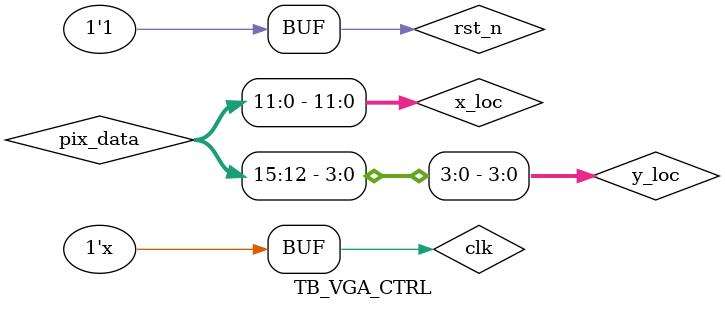
<source format=v>
`timescale 1ns/1ns
module TB_VGA_CTRL();

reg         clk;
reg         rst_n;
wire  [15:0] pix_data;

wire [15:0] rgb_565;
wire        hsync;
wire        vsync;
wire [11:0] x_loc;
wire [11:0] y_loc;  

initial begin
    clk = 1'b1;
    rst_n <= 1'b0;
    #20
    rst_n <= 1'b1;
end

always #1 clk = ~ clk;

assign pix_data = {y_loc[3:0],x_loc};

VGA_CTRL VGA_CTRL_INST
(
    .clk     (clk     ),
    .rst_n   (rst_n   ),  
    .pix_data(pix_data),

    .rgb_565 (rgb_565 ),
    .hsync   (hsync   ),
    .vsync   (vsync   ),
    .x_loc   (x_loc   ),
    .y_loc   (y_loc   )   // 位宽设置大一点以便于分辨率的修改
);

endmodule
</source>
